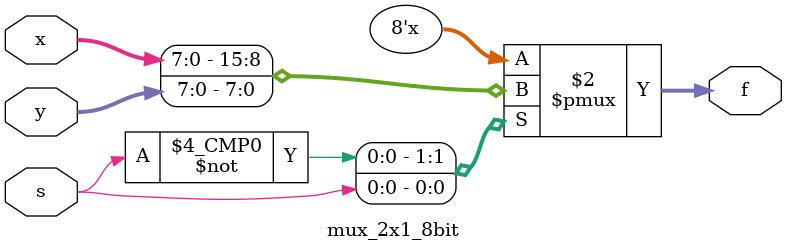
<source format=v>
`timescale 1ns / 1ps

module mux_2x1_8bit(
    input [7:0] x, y,
    input s,
    output reg [7:0] f
    );
    
    always@(*)
    begin
    case(s)
    0:f=x;
    1:f={4'b0000,y};       //concatenated 4 MSB to mask 4 LSB
    endcase
    end
    
endmodule

</source>
